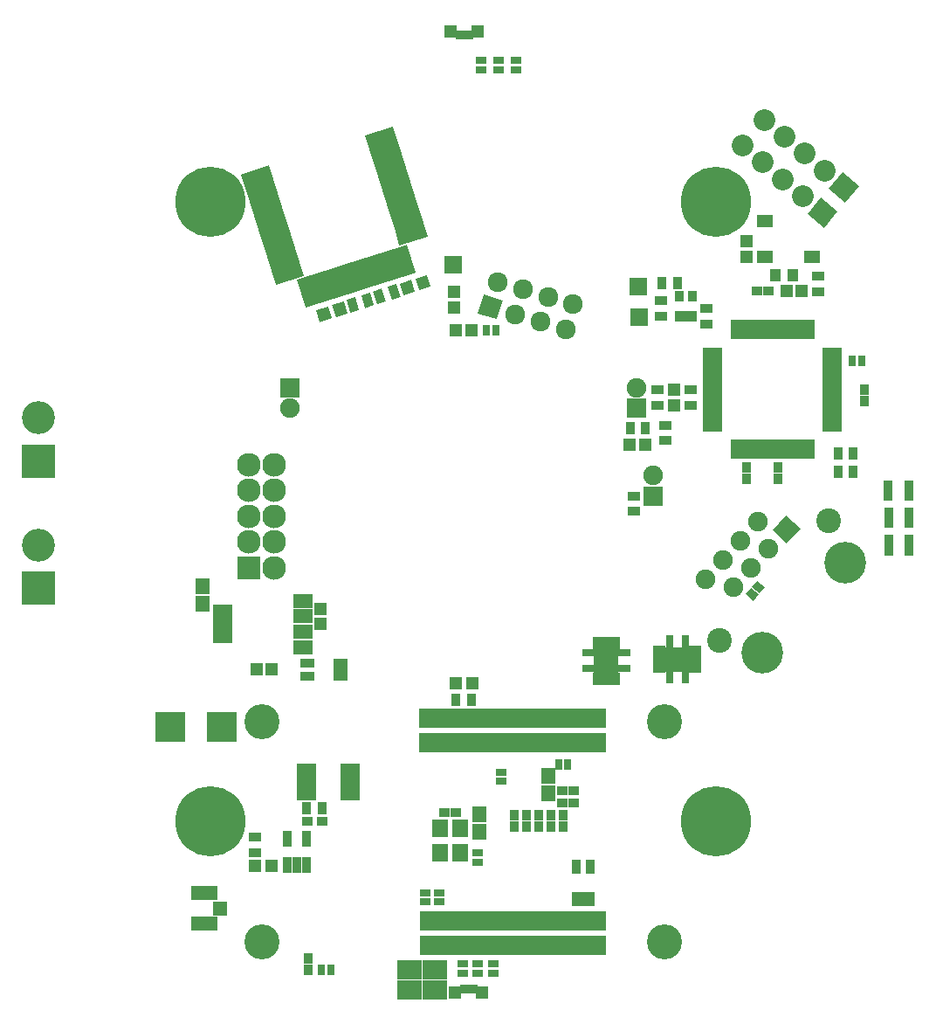
<source format=gts>
G04 #@! TF.FileFunction,Soldermask,Top*
%FSLAX46Y46*%
G04 Gerber Fmt 4.6, Leading zero omitted, Abs format (unit mm)*
G04 Created by KiCad (PCBNEW 4.0.4-stable) date 03/02/17 13:25:27*
%MOMM*%
%LPD*%
G01*
G04 APERTURE LIST*
%ADD10C,0.100000*%
%ADD11C,2.100000*%
%ADD12R,0.950100X0.650380*%
%ADD13R,3.200000X3.200000*%
%ADD14C,3.200000*%
%ADD15R,1.300000X0.900000*%
%ADD16R,1.898600X0.679400*%
%ADD17R,0.679400X1.898600*%
%ADD18R,0.900000X1.300000*%
%ADD19R,0.900000X1.400000*%
%ADD20R,1.250000X0.680000*%
%ADD21R,0.680000X1.250000*%
%ADD22R,2.450000X2.450000*%
%ADD23R,1.600000X1.800000*%
%ADD24R,1.000000X0.800000*%
%ADD25R,1.000000X0.900000*%
%ADD26R,1.900000X1.900000*%
%ADD27C,1.900000*%
%ADD28R,2.300000X2.300000*%
%ADD29C,2.300000*%
%ADD30R,1.200000X1.150000*%
%ADD31R,1.150000X1.200000*%
%ADD32R,1.200000X1.200000*%
%ADD33R,1.000000X0.950000*%
%ADD34R,1.900000X3.600000*%
%ADD35C,6.800000*%
%ADD36R,1.900000X1.400000*%
%ADD37R,1.900000X3.700000*%
%ADD38R,0.948640X1.598880*%
%ADD39R,0.820000X1.000000*%
%ADD40R,1.000000X1.200000*%
%ADD41R,1.600000X1.300000*%
%ADD42R,1.398220X1.499820*%
%ADD43R,0.600000X1.840000*%
%ADD44R,1.400000X0.900000*%
%ADD45R,0.900000X1.000000*%
%ADD46R,0.800000X1.000000*%
%ADD47R,2.600000X1.450000*%
%ADD48R,1.450000X1.400000*%
%ADD49R,1.250000X1.300000*%
%ADD50R,0.850000X0.900000*%
%ADD51C,3.400000*%
%ADD52R,2.950000X2.900000*%
%ADD53C,4.050000*%
%ADD54C,2.400000*%
%ADD55R,1.750000X1.750000*%
%ADD56R,2.440000X1.940000*%
%ADD57C,1.924000*%
G04 APERTURE END LIST*
D10*
G36*
X183461879Y-77497316D02*
X181853185Y-76147462D01*
X183203039Y-74538768D01*
X184811733Y-75888622D01*
X183461879Y-77497316D01*
X183461879Y-77497316D01*
G37*
D11*
X181386706Y-74385361D02*
X181386706Y-74385361D01*
X179440953Y-72752681D02*
X179440953Y-72752681D01*
X177495200Y-71120000D02*
X177495200Y-71120000D01*
X175549447Y-69487320D02*
X175549447Y-69487320D01*
D10*
G36*
X185549420Y-75037674D02*
X183940726Y-73687820D01*
X185290580Y-72079126D01*
X186899274Y-73428980D01*
X185549420Y-75037674D01*
X185549420Y-75037674D01*
G37*
D11*
X183474247Y-71925719D02*
X183474247Y-71925719D01*
X181528494Y-70293039D02*
X181528494Y-70293039D01*
X179582741Y-68660358D02*
X179582741Y-68660358D01*
X177636988Y-67027678D02*
X177636988Y-67027678D01*
D12*
X189749240Y-104949760D03*
X191750760Y-105600000D03*
X189749240Y-106250240D03*
X189749240Y-105600000D03*
X191750760Y-106250240D03*
X191750760Y-104949760D03*
D10*
G36*
X142311164Y-79225734D02*
X141890176Y-77890530D01*
X144608270Y-77033518D01*
X145029258Y-78368722D01*
X142311164Y-79225734D01*
X142311164Y-79225734D01*
G37*
G36*
X133233879Y-85254349D02*
X132376867Y-82536255D01*
X133712071Y-82115267D01*
X134569083Y-84833361D01*
X133233879Y-85254349D01*
X133233879Y-85254349D01*
G37*
G36*
X127356951Y-73665194D02*
X126935963Y-72329990D01*
X129654057Y-71472978D01*
X130075045Y-72808182D01*
X127356951Y-73665194D01*
X127356951Y-73665194D01*
G37*
G36*
X127777939Y-75000398D02*
X127356951Y-73665194D01*
X130075045Y-72808182D01*
X130496033Y-74143386D01*
X127777939Y-75000398D01*
X127777939Y-75000398D01*
G37*
G36*
X128198927Y-76335601D02*
X127777939Y-75000397D01*
X130496033Y-74143385D01*
X130917021Y-75478589D01*
X128198927Y-76335601D01*
X128198927Y-76335601D01*
G37*
G36*
X128619915Y-77670805D02*
X128198927Y-76335601D01*
X130917021Y-75478589D01*
X131338009Y-76813793D01*
X128619915Y-77670805D01*
X128619915Y-77670805D01*
G37*
G36*
X129040903Y-79006009D02*
X128619915Y-77670805D01*
X131338009Y-76813793D01*
X131758997Y-78148997D01*
X129040903Y-79006009D01*
X129040903Y-79006009D01*
G37*
G36*
X129461891Y-80341212D02*
X129040903Y-79006008D01*
X131758997Y-78148996D01*
X132179985Y-79484200D01*
X129461891Y-80341212D01*
X129461891Y-80341212D01*
G37*
G36*
X129882879Y-81676416D02*
X129461891Y-80341212D01*
X132179985Y-79484200D01*
X132600973Y-80819404D01*
X129882879Y-81676416D01*
X129882879Y-81676416D01*
G37*
G36*
X130303867Y-83011620D02*
X129882879Y-81676416D01*
X132600973Y-80819404D01*
X133021961Y-82154608D01*
X130303867Y-83011620D01*
X130303867Y-83011620D01*
G37*
G36*
X134569083Y-84833361D02*
X133712071Y-82115267D01*
X135047275Y-81694279D01*
X135904287Y-84412373D01*
X134569083Y-84833361D01*
X134569083Y-84833361D01*
G37*
G36*
X135904287Y-84412373D02*
X135047275Y-81694279D01*
X136382479Y-81273291D01*
X137239491Y-83991385D01*
X135904287Y-84412373D01*
X135904287Y-84412373D01*
G37*
G36*
X137239491Y-83991384D02*
X136382479Y-81273290D01*
X137717683Y-80852302D01*
X138574695Y-83570396D01*
X137239491Y-83991384D01*
X137239491Y-83991384D01*
G37*
G36*
X138574694Y-83570396D02*
X137717682Y-80852302D01*
X139052886Y-80431314D01*
X139909898Y-83149408D01*
X138574694Y-83570396D01*
X138574694Y-83570396D01*
G37*
G36*
X139909898Y-83149408D02*
X139052886Y-80431314D01*
X140388090Y-80010326D01*
X141245102Y-82728420D01*
X139909898Y-83149408D01*
X139909898Y-83149408D01*
G37*
G36*
X141245102Y-82728420D02*
X140388090Y-80010326D01*
X141723294Y-79589338D01*
X142580306Y-82307432D01*
X141245102Y-82728420D01*
X141245102Y-82728420D01*
G37*
G36*
X142580306Y-82307432D02*
X141723294Y-79589338D01*
X143058498Y-79168350D01*
X143915510Y-81886444D01*
X142580306Y-82307432D01*
X142580306Y-82307432D01*
G37*
G36*
X141890176Y-77890530D02*
X141469188Y-76555326D01*
X144187282Y-75698314D01*
X144608270Y-77033518D01*
X141890176Y-77890530D01*
X141890176Y-77890530D01*
G37*
G36*
X141469188Y-76555326D02*
X141048200Y-75220122D01*
X143766294Y-74363110D01*
X144187282Y-75698314D01*
X141469188Y-76555326D01*
X141469188Y-76555326D01*
G37*
G36*
X141048200Y-75220123D02*
X140627212Y-73884919D01*
X143345306Y-73027907D01*
X143766294Y-74363111D01*
X141048200Y-75220123D01*
X141048200Y-75220123D01*
G37*
G36*
X140627211Y-73884919D02*
X140206223Y-72549715D01*
X142924317Y-71692703D01*
X143345305Y-73027907D01*
X140627211Y-73884919D01*
X140627211Y-73884919D01*
G37*
G36*
X140206223Y-72549715D02*
X139785235Y-71214511D01*
X142503329Y-70357499D01*
X142924317Y-71692703D01*
X140206223Y-72549715D01*
X140206223Y-72549715D01*
G37*
G36*
X139785235Y-71214512D02*
X139364247Y-69879308D01*
X142082341Y-69022296D01*
X142503329Y-70357500D01*
X139785235Y-71214512D01*
X139785235Y-71214512D01*
G37*
G36*
X139364247Y-69879308D02*
X138943259Y-68544104D01*
X141661353Y-67687092D01*
X142082341Y-69022296D01*
X139364247Y-69879308D01*
X139364247Y-69879308D01*
G37*
G36*
X137549710Y-85741434D02*
X137158793Y-84501602D01*
X138017138Y-84230966D01*
X138408055Y-85470798D01*
X137549710Y-85741434D01*
X137549710Y-85741434D01*
G37*
G36*
X138980286Y-85290376D02*
X138589369Y-84050544D01*
X139447714Y-83779908D01*
X139838631Y-85019740D01*
X138980286Y-85290376D01*
X138980286Y-85290376D01*
G37*
D13*
X107340400Y-100110400D03*
D14*
X107340400Y-95910400D03*
D15*
X182925000Y-83700000D03*
X182925000Y-82200000D03*
D16*
X172702220Y-89433400D03*
X172702220Y-89933780D03*
X172702220Y-90434160D03*
X172702220Y-90934540D03*
X172702220Y-91434920D03*
X172702220Y-91932760D03*
X172702220Y-92433140D03*
X172702220Y-92933520D03*
X172702220Y-93431360D03*
X172702220Y-93931740D03*
X172702220Y-94432120D03*
X172702220Y-94929960D03*
X172702220Y-95430340D03*
X172702220Y-95930720D03*
X172702220Y-96431100D03*
X172702220Y-96931480D03*
D17*
X174752000Y-98981260D03*
X175252380Y-98981260D03*
X175752760Y-98981260D03*
X176253140Y-98981260D03*
X176753520Y-98981260D03*
X177251360Y-98981260D03*
X177751740Y-98981260D03*
X178252120Y-98981260D03*
X178749960Y-98981260D03*
X179250340Y-98981260D03*
X179750720Y-98981260D03*
X180248560Y-98981260D03*
X180748940Y-98981260D03*
X181249320Y-98981260D03*
X181749700Y-98981260D03*
X182250080Y-98981260D03*
D16*
X184299860Y-96931480D03*
X184299860Y-96431100D03*
X184299860Y-95930720D03*
X184299860Y-95430340D03*
X184299860Y-94929960D03*
X184299860Y-94432120D03*
X184299860Y-93931740D03*
X184299860Y-93431360D03*
X184299860Y-92933520D03*
X184299860Y-92433140D03*
X184299860Y-91932760D03*
X184299860Y-91434920D03*
X184299860Y-90934540D03*
X184299860Y-90434160D03*
X184299860Y-89933780D03*
X184299860Y-89433400D03*
D17*
X182250080Y-87383620D03*
X181749700Y-87383620D03*
X181249320Y-87383620D03*
X180748940Y-87383620D03*
X180248560Y-87383620D03*
X179750720Y-87383620D03*
X179250340Y-87383620D03*
X178749960Y-87383620D03*
X178252120Y-87383620D03*
X177751740Y-87383620D03*
X177251360Y-87383620D03*
X176753520Y-87383620D03*
X176253140Y-87383620D03*
X175752760Y-87383620D03*
X175252380Y-87383620D03*
X174752000Y-87383620D03*
D18*
X167775000Y-82850000D03*
X169275000Y-82850000D03*
D19*
X159475000Y-142600000D03*
X160125000Y-142600000D03*
X160775000Y-142600000D03*
X159475000Y-139400000D03*
X160775000Y-139400000D03*
D20*
X164099200Y-118709600D03*
D21*
X163374200Y-117734600D03*
X162874200Y-117734600D03*
X162374200Y-117734600D03*
X161874200Y-117734600D03*
X161374200Y-117734600D03*
D20*
X160649200Y-118709600D03*
X160649200Y-120209600D03*
X164099200Y-120209600D03*
D21*
X161374200Y-121184600D03*
X161874200Y-121184600D03*
X162374200Y-121184600D03*
X162874200Y-121184600D03*
X163374200Y-121184600D03*
D22*
X162374200Y-119459600D03*
D23*
X146275000Y-135700000D03*
X146275000Y-138100000D03*
X148175000Y-138100000D03*
X148175000Y-135700000D03*
D24*
X149925000Y-138100000D03*
X149925000Y-139000000D03*
D25*
X147800000Y-134150000D03*
X146700000Y-134150000D03*
D24*
X153592600Y-62190900D03*
X153592600Y-61290900D03*
D26*
X166900000Y-103500000D03*
D27*
X166900000Y-101500000D03*
D28*
X127675000Y-110457000D03*
D29*
X127675000Y-107957000D03*
X127675000Y-105457000D03*
X127675000Y-102957000D03*
X127675000Y-100457000D03*
X130175000Y-110457000D03*
X130175000Y-107957000D03*
X130175000Y-105457000D03*
X130175000Y-102957000D03*
X130175000Y-100457000D03*
D30*
X129934400Y-120294400D03*
X128434400Y-120294400D03*
X166142800Y-98552000D03*
X164642800Y-98552000D03*
D31*
X168921000Y-93233400D03*
X168921000Y-94733400D03*
X134670800Y-115925600D03*
X134670800Y-114425600D03*
D32*
X129926080Y-139308840D03*
X128326080Y-139308840D03*
D33*
X133407960Y-135021320D03*
X134807960Y-135021320D03*
D34*
X137495280Y-131201160D03*
X133295280Y-131201160D03*
D35*
X173001100Y-135003600D03*
X124001100Y-135003600D03*
X124001100Y-75003600D03*
X173001100Y-75003600D03*
D15*
X128320800Y-136531920D03*
X128320800Y-138031920D03*
X168097200Y-98145600D03*
X168097200Y-96645600D03*
D18*
X166166800Y-96926400D03*
X164666800Y-96926400D03*
D15*
X170550000Y-93225000D03*
X170550000Y-94725000D03*
X167295400Y-93221400D03*
X167295400Y-94721400D03*
D18*
X134819520Y-133751320D03*
X133319520Y-133751320D03*
D15*
X172100000Y-85325000D03*
X172100000Y-86825000D03*
X167675000Y-86050000D03*
X167675000Y-84550000D03*
X165049200Y-103491600D03*
X165049200Y-104991600D03*
D36*
X132975000Y-118150000D03*
X132975000Y-116650000D03*
X132975000Y-115150000D03*
X132975000Y-113650000D03*
D37*
X125175000Y-115900000D03*
D38*
X131429760Y-139273280D03*
X132379720Y-139273280D03*
X133329680Y-139273280D03*
X133329680Y-136677400D03*
X131429760Y-136677400D03*
D39*
X169425000Y-86075000D03*
X170725000Y-86075000D03*
X169425000Y-84175000D03*
X170075000Y-86075000D03*
X170725000Y-84175000D03*
D40*
X180492400Y-82135980D03*
X178792400Y-82135980D03*
D12*
X191714360Y-103621040D03*
X189712840Y-102970800D03*
X191714360Y-102320560D03*
X191714360Y-102970800D03*
X189712840Y-102320560D03*
X189712840Y-103621040D03*
D31*
X176006760Y-80343440D03*
X176006760Y-78843440D03*
X147625000Y-83750000D03*
X147625000Y-85250000D03*
D30*
X179825000Y-83667600D03*
X181325000Y-83667600D03*
D10*
G36*
X142684445Y-84063184D02*
X142323598Y-82918723D01*
X143468059Y-82557876D01*
X143828906Y-83702337D01*
X142684445Y-84063184D01*
X142684445Y-84063184D01*
G37*
G36*
X144210393Y-83582054D02*
X143849546Y-82437593D01*
X144994007Y-82076746D01*
X145354854Y-83221207D01*
X144210393Y-83582054D01*
X144210393Y-83582054D01*
G37*
G36*
X136916807Y-84655581D02*
X137277654Y-85800042D01*
X136133193Y-86160889D01*
X135772346Y-85016428D01*
X136916807Y-84655581D01*
X136916807Y-84655581D01*
G37*
G36*
X135390859Y-85136711D02*
X135751706Y-86281172D01*
X134607245Y-86642019D01*
X134246398Y-85497558D01*
X135390859Y-85136711D01*
X135390859Y-85136711D01*
G37*
D41*
X177754280Y-80355440D03*
X182354280Y-80355440D03*
X177754280Y-76855440D03*
D10*
G36*
X142041914Y-82963166D02*
X142432831Y-84202998D01*
X141574486Y-84473634D01*
X141183569Y-83233802D01*
X142041914Y-82963166D01*
X142041914Y-82963166D01*
G37*
G36*
X140611338Y-83414224D02*
X141002255Y-84654056D01*
X140143910Y-84924692D01*
X139752993Y-83684860D01*
X140611338Y-83414224D01*
X140611338Y-83414224D01*
G37*
D18*
X186334400Y-99415600D03*
X184834400Y-99415600D03*
X186322400Y-101142800D03*
X184822400Y-101142800D03*
D42*
X156748400Y-132310360D03*
X156748400Y-130613640D03*
X150075000Y-134328280D03*
X150075000Y-136025000D03*
D10*
G36*
X176962893Y-111701148D02*
X177728937Y-112343936D01*
X177214707Y-112956772D01*
X176448663Y-112313984D01*
X176962893Y-111701148D01*
X176962893Y-111701148D01*
G37*
G36*
X176384385Y-112390588D02*
X177150429Y-113033376D01*
X176636199Y-113646212D01*
X175870155Y-113003424D01*
X176384385Y-112390588D01*
X176384385Y-112390588D01*
G37*
D32*
X147739200Y-87477600D03*
X149339200Y-87477600D03*
D21*
X168515600Y-117604200D03*
D20*
X167540600Y-118329200D03*
X167540600Y-118829200D03*
X167540600Y-119329200D03*
X167540600Y-119829200D03*
X167540600Y-120329200D03*
D21*
X168515600Y-121054200D03*
X170015600Y-121054200D03*
X170015600Y-117604200D03*
D20*
X170990600Y-120329200D03*
X170990600Y-119829200D03*
X170990600Y-119329200D03*
X170990600Y-118829200D03*
X170990600Y-118329200D03*
D22*
X169265600Y-119329200D03*
D12*
X191750760Y-108925240D03*
X189749240Y-108275000D03*
X191750760Y-107624760D03*
X191750760Y-108275000D03*
X189749240Y-107624760D03*
X189749240Y-108925240D03*
D26*
X131700000Y-93000000D03*
D27*
X131700000Y-95000000D03*
D32*
X147775000Y-121675000D03*
X149375000Y-121675000D03*
D18*
X149300000Y-123225000D03*
X147800000Y-123225000D03*
D43*
X162119200Y-147015200D03*
X162119200Y-144675200D03*
X161719200Y-147015200D03*
X161719200Y-144675200D03*
X161319200Y-147015200D03*
X161319200Y-144675200D03*
X160919200Y-147015200D03*
X160919200Y-144675200D03*
X160519200Y-147015200D03*
X160519200Y-144675200D03*
X160119200Y-147015200D03*
X160119200Y-144675200D03*
X159719200Y-147015200D03*
X159719200Y-144675200D03*
X159319200Y-147015200D03*
X159319200Y-144675200D03*
X158919200Y-147015200D03*
X158919200Y-144675200D03*
X158519200Y-147015200D03*
X158519200Y-144675200D03*
X158119200Y-147015200D03*
X158119200Y-144675200D03*
X157719200Y-147015200D03*
X157719200Y-144675200D03*
X157319200Y-147015200D03*
X157319200Y-144675200D03*
X156919200Y-147015200D03*
X156919200Y-144675200D03*
X156519200Y-147015200D03*
X156519200Y-144675200D03*
X156119200Y-147015200D03*
X156119200Y-144675200D03*
X155719200Y-147015200D03*
X155719200Y-144675200D03*
X155319200Y-147015200D03*
X155319200Y-144675200D03*
X154919200Y-147015200D03*
X154919200Y-144675200D03*
X154519200Y-147015200D03*
X154519200Y-144675200D03*
X154119200Y-147015200D03*
X154119200Y-144675200D03*
X153719200Y-147015200D03*
X153719200Y-144675200D03*
X153319200Y-147015200D03*
X153319200Y-144675200D03*
X152919200Y-147015200D03*
X152919200Y-144675200D03*
X152519200Y-147015200D03*
X152519200Y-144675200D03*
X152119200Y-147015200D03*
X152119200Y-144675200D03*
X151719200Y-147015200D03*
X151719200Y-144675200D03*
X151319200Y-147015200D03*
X151319200Y-144675200D03*
X150919200Y-147015200D03*
X150919200Y-144675200D03*
X150519200Y-147015200D03*
X150519200Y-144675200D03*
X150119200Y-147015200D03*
X150119200Y-144675200D03*
X149719200Y-147015200D03*
X149719200Y-144675200D03*
X149319200Y-147015200D03*
X149319200Y-144675200D03*
X148919200Y-147015200D03*
X148919200Y-144675200D03*
X148519200Y-147015200D03*
X148519200Y-144675200D03*
X148119200Y-147015200D03*
X148119200Y-144675200D03*
X147719200Y-147015200D03*
X147719200Y-144675200D03*
X147319200Y-147015200D03*
X147319200Y-144675200D03*
X146919200Y-147015200D03*
X146919200Y-144675200D03*
X146519200Y-147015200D03*
X146519200Y-144675200D03*
X146119200Y-147015200D03*
X146119200Y-144675200D03*
X145719200Y-147015200D03*
X145719200Y-144675200D03*
X145319200Y-147015200D03*
X145319200Y-144675200D03*
X144919200Y-147015200D03*
X144919200Y-144675200D03*
X144519200Y-147015200D03*
X144519200Y-144675200D03*
D44*
X136621520Y-120985040D03*
X136621520Y-120335040D03*
X136621520Y-119685040D03*
X133421520Y-120985040D03*
X133421520Y-119685040D03*
D26*
X165300000Y-95000000D03*
D27*
X165300000Y-93000000D03*
D45*
X133502400Y-149402800D03*
X133502400Y-148302800D03*
D46*
X134728800Y-149402800D03*
X135628800Y-149402800D03*
D47*
X123400000Y-144950000D03*
X123400000Y-142000000D03*
D48*
X124925000Y-143475000D03*
D49*
X150350000Y-151600000D03*
X147700000Y-151600000D03*
D50*
X149450000Y-151250000D03*
X148600000Y-151250000D03*
D49*
X147275000Y-58450000D03*
X149925000Y-58450000D03*
D50*
X148175000Y-58800000D03*
X149025000Y-58800000D03*
D43*
X144512142Y-125040000D03*
X144512142Y-127380000D03*
X144912142Y-125040000D03*
X144912142Y-127380000D03*
X145312142Y-125040000D03*
X145312142Y-127380000D03*
X145712142Y-125040000D03*
X145712142Y-127380000D03*
X146112142Y-125040000D03*
X146112142Y-127380000D03*
X146512142Y-125040000D03*
X146512142Y-127380000D03*
X146912142Y-125040000D03*
X146912142Y-127380000D03*
X147312142Y-125040000D03*
X147312142Y-127380000D03*
X147712142Y-125040000D03*
X147712142Y-127380000D03*
X148112142Y-125040000D03*
X148112142Y-127380000D03*
X148512142Y-125040000D03*
X148512142Y-127380000D03*
X148912142Y-125040000D03*
X148912142Y-127380000D03*
X149312142Y-125040000D03*
X149312142Y-127380000D03*
X149712142Y-125040000D03*
X149712142Y-127380000D03*
X150112142Y-125040000D03*
X150112142Y-127380000D03*
X150512142Y-125040000D03*
X150512142Y-127380000D03*
X150912142Y-125040000D03*
X150912142Y-127380000D03*
X151312142Y-125040000D03*
X151312142Y-127380000D03*
X151712142Y-125040000D03*
X151712142Y-127380000D03*
X152112142Y-125040000D03*
X152112142Y-127380000D03*
X152512142Y-125040000D03*
X152512142Y-127380000D03*
X152912142Y-125040000D03*
X152912142Y-127380000D03*
X153312142Y-125040000D03*
X153312142Y-127380000D03*
X153712142Y-125040000D03*
X153712142Y-127380000D03*
X154112142Y-125040000D03*
X154112142Y-127380000D03*
X154512142Y-125040000D03*
X154512142Y-127380000D03*
X154912142Y-125040000D03*
X154912142Y-127380000D03*
X155312142Y-125040000D03*
X155312142Y-127380000D03*
X155712142Y-125040000D03*
X155712142Y-127380000D03*
X156112142Y-125040000D03*
X156112142Y-127380000D03*
X156512142Y-125040000D03*
X156512142Y-127380000D03*
X156912142Y-125040000D03*
X156912142Y-127380000D03*
X157312142Y-125040000D03*
X157312142Y-127380000D03*
X157712142Y-125040000D03*
X157712142Y-127380000D03*
X158112142Y-125040000D03*
X158112142Y-127380000D03*
X158512142Y-125040000D03*
X158512142Y-127380000D03*
X158912142Y-125040000D03*
X158912142Y-127380000D03*
X159312142Y-125040000D03*
X159312142Y-127380000D03*
X159712142Y-125040000D03*
X159712142Y-127380000D03*
X160112142Y-125040000D03*
X160112142Y-127380000D03*
X160512142Y-125040000D03*
X160512142Y-127380000D03*
X160912142Y-125040000D03*
X160912142Y-127380000D03*
X161312142Y-125040000D03*
X161312142Y-127380000D03*
X161712142Y-125040000D03*
X161712142Y-127380000D03*
X162112142Y-125040000D03*
X162112142Y-127380000D03*
D51*
X168021000Y-125343000D03*
X168021000Y-146703000D03*
X129001000Y-146703000D03*
X129001000Y-125343000D03*
D52*
X125125000Y-125875000D03*
X120075000Y-125875000D03*
D24*
X151425000Y-148825000D03*
X151425000Y-149725000D03*
X148425000Y-148825000D03*
X148425000Y-149725000D03*
X149925000Y-148825000D03*
X149925000Y-149725000D03*
X150217600Y-62215900D03*
X150217600Y-61315900D03*
X151892600Y-62215900D03*
X151892600Y-61315900D03*
D46*
X151674400Y-87477600D03*
X150774400Y-87477600D03*
D45*
X179019200Y-100694400D03*
X179019200Y-101794400D03*
X187416440Y-93207660D03*
X187416440Y-94307660D03*
D25*
X176999720Y-83619340D03*
X178099720Y-83619340D03*
D45*
X175982540Y-100745200D03*
X175982540Y-101845200D03*
D24*
X146151964Y-142852200D03*
X146151964Y-141952200D03*
X144781564Y-141950000D03*
X144781564Y-142850000D03*
X152175000Y-131150000D03*
X152175000Y-130250000D03*
D13*
X107340400Y-112454800D03*
D14*
X107340400Y-108254800D03*
D42*
X123225000Y-113946720D03*
X123225000Y-112250000D03*
D46*
X187125000Y-90424000D03*
X186225000Y-90424000D03*
X158634000Y-129540000D03*
X157734000Y-129540000D03*
D25*
X158123400Y-133237000D03*
X159223400Y-133237000D03*
D45*
X157023400Y-134437000D03*
X157023400Y-135537000D03*
D25*
X158123400Y-132087000D03*
X159223400Y-132087000D03*
D45*
X158198400Y-134437000D03*
X158198400Y-135537000D03*
X154598400Y-134437000D03*
X154598400Y-135537000D03*
X153423400Y-134437000D03*
X153423400Y-135537000D03*
X155848400Y-134437000D03*
X155848400Y-135537000D03*
D53*
X177504083Y-118687568D03*
X185523338Y-109936086D03*
D10*
G36*
X179776395Y-105402407D02*
X181177222Y-106686028D01*
X179893601Y-108086855D01*
X178492774Y-106803234D01*
X179776395Y-105402407D01*
X179776395Y-105402407D01*
G37*
D27*
X177104314Y-105964974D03*
X178118999Y-108617315D03*
X175388315Y-107837659D03*
X176403000Y-110490000D03*
X173672316Y-109710343D03*
X174687001Y-112362684D03*
X171956317Y-111583027D03*
D54*
X173322051Y-117493526D03*
X183962597Y-105881408D03*
D55*
X165506400Y-83210400D03*
X165525000Y-86175000D03*
X147500000Y-81125000D03*
D56*
X143305200Y-149402800D03*
X143305200Y-151332800D03*
X145745200Y-151332800D03*
X145745200Y-149402800D03*
D10*
G36*
X151771961Y-86374010D02*
X149927192Y-85827565D01*
X150473637Y-83982796D01*
X152318406Y-84529241D01*
X151771961Y-86374010D01*
X151771961Y-86374010D01*
G37*
D57*
X151844198Y-82743001D03*
X153558201Y-85899802D03*
X154279600Y-83464400D03*
X155993603Y-86621201D03*
X156715002Y-84185799D03*
X158429005Y-87342600D03*
X159150404Y-84907198D03*
M02*

</source>
